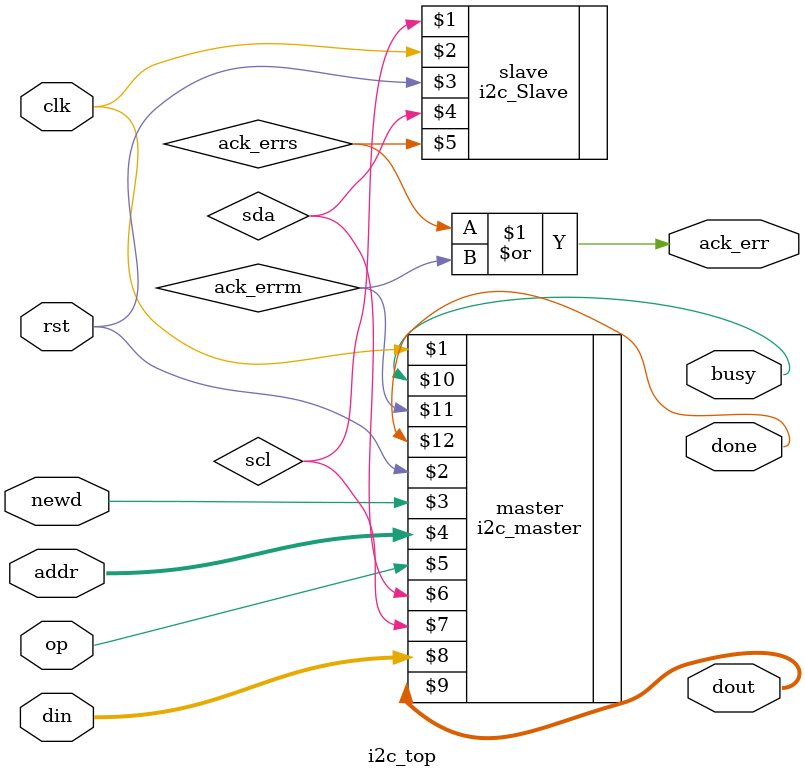
<source format=v>
 
`timescale 1ns / 1ps
 
module i2c_top(
input clk, rst, newd, op,
input [6:0] addr,
input [7:0] din,
output [7:0] dout,
output busy,ack_err,
output done
);
wire sda, scl;
wire ack_errm, ack_errs;
 
 
i2c_master master (clk, rst, newd, addr, op, sda, scl, din, dout, busy, ack_errm , done);
i2c_Slave slave (scl, clk, rst, sda, ack_errs, );
 
assign ack_err = ack_errs | ack_errm;
 
 
endmodule

</source>
